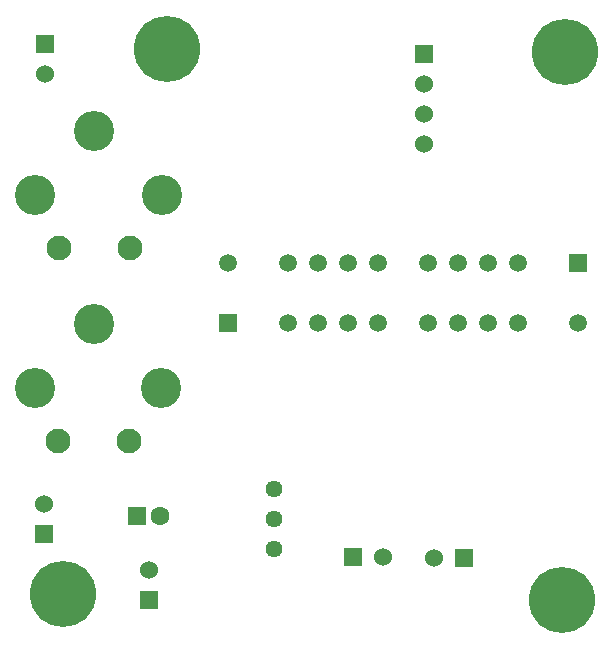
<source format=gbr>
%TF.GenerationSoftware,KiCad,Pcbnew,8.0.0*%
%TF.CreationDate,2024-04-17T16:51:20+02:00*%
%TF.ProjectId,AMS_IMD_Reset,414d535f-494d-4445-9f52-657365742e6b,rev?*%
%TF.SameCoordinates,Original*%
%TF.FileFunction,Soldermask,Bot*%
%TF.FilePolarity,Negative*%
%FSLAX46Y46*%
G04 Gerber Fmt 4.6, Leading zero omitted, Abs format (unit mm)*
G04 Created by KiCad (PCBNEW 8.0.0) date 2024-04-17 16:51:20*
%MOMM*%
%LPD*%
G01*
G04 APERTURE LIST*
%ADD10C,5.600000*%
%ADD11R,1.530000X1.530000*%
%ADD12C,1.530000*%
%ADD13R,1.500000X1.500000*%
%ADD14C,1.500000*%
%ADD15C,2.100000*%
%ADD16C,3.400000*%
%ADD17R,1.600000X1.600000*%
%ADD18C,1.600000*%
%ADD19C,1.440000*%
G04 APERTURE END LIST*
D10*
%TO.C,*%
X163271200Y-70459600D03*
%TD*%
D11*
%TO.C,J4*%
X179019200Y-113461200D03*
D12*
X181559200Y-113461200D03*
%TD*%
D10*
%TO.C,*%
X196900800Y-70739000D03*
%TD*%
D13*
%TO.C,K2*%
X168402000Y-93675200D03*
D14*
X173482000Y-93675200D03*
X176022000Y-93675200D03*
X178562000Y-93675200D03*
X181102000Y-93675200D03*
X181102000Y-88595200D03*
X178562000Y-88595200D03*
X176022000Y-88595200D03*
X173482000Y-88595200D03*
X168402000Y-88595200D03*
%TD*%
D11*
%TO.C,J5*%
X188398400Y-113611200D03*
D12*
X185858400Y-113611200D03*
%TD*%
D15*
%TO.C,K3*%
X160029400Y-103686400D03*
D16*
X162729400Y-99186400D03*
X157029400Y-93786400D03*
X152029400Y-99186400D03*
D15*
X154029400Y-103686400D03*
%TD*%
D11*
%TO.C,J7*%
X184962800Y-70866000D03*
D12*
X184962800Y-73406000D03*
X184962800Y-75946000D03*
X184962800Y-78486000D03*
%TD*%
D15*
%TO.C,K1*%
X160089600Y-87299800D03*
D16*
X162789600Y-82799800D03*
X157089600Y-77399800D03*
X152089600Y-82799800D03*
D15*
X154089600Y-87299800D03*
%TD*%
D13*
%TO.C,K4*%
X198018400Y-88595200D03*
D14*
X192938400Y-88595200D03*
X190398400Y-88595200D03*
X187858400Y-88595200D03*
X185318400Y-88595200D03*
X185318400Y-93675200D03*
X187858400Y-93675200D03*
X190398400Y-93675200D03*
X192938400Y-93675200D03*
X198018400Y-93675200D03*
%TD*%
D17*
%TO.C,C1*%
X160680400Y-110007400D03*
D18*
X162680400Y-110007400D03*
%TD*%
D10*
%TO.C,*%
X196697600Y-117170200D03*
%TD*%
D11*
%TO.C,J2*%
X152888000Y-70021400D03*
D12*
X152888000Y-72561400D03*
%TD*%
D11*
%TO.C,J1*%
X161681600Y-117160800D03*
D12*
X161681600Y-114620800D03*
%TD*%
D11*
%TO.C,J3*%
X152788800Y-111506200D03*
D12*
X152788800Y-108966200D03*
%TD*%
D19*
%TO.C,U1*%
X172262800Y-112776000D03*
X172262800Y-110236000D03*
X172262800Y-107696000D03*
%TD*%
D10*
%TO.C,*%
X154406600Y-116611400D03*
%TD*%
M02*

</source>
